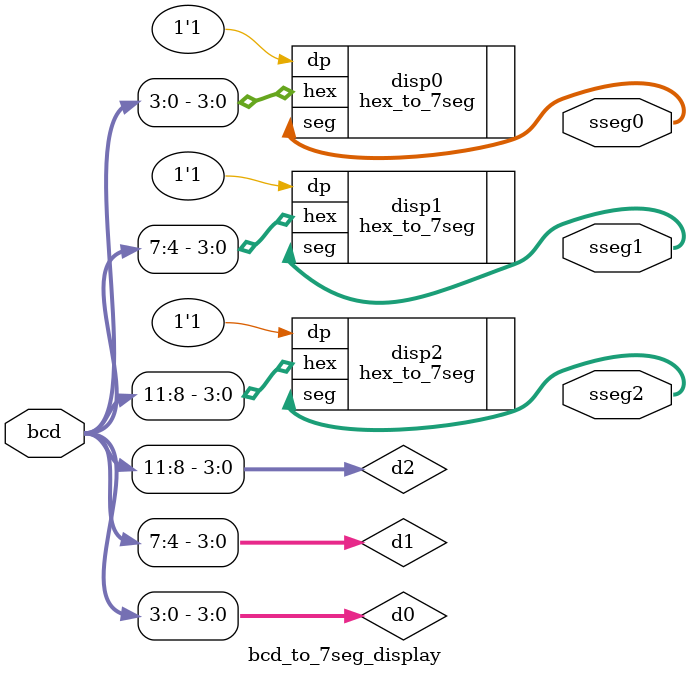
<source format=v>
module bcd_to_7seg_display(
    input wire [11:0] bcd,
    output wire [7:0] sseg0,
    output wire [7:0] sseg1,
    output wire [7:0] sseg2
);

    wire [3:0] d0 = bcd[3:0];   // ones
    wire [3:0] d1 = bcd[7:4];   // tens
    wire [3:0] d2 = bcd[11:8];  // hundreds

    // dp (decimal point) hep kapalı (1)
    hex_to_7seg disp0 (.hex(d0), .dp(1'b1), .seg(sseg0));
    hex_to_7seg disp1 (.hex(d1), .dp(1'b1), .seg(sseg1));
    hex_to_7seg disp2 (.hex(d2), .dp(1'b1), .seg(sseg2));

endmodule

</source>
